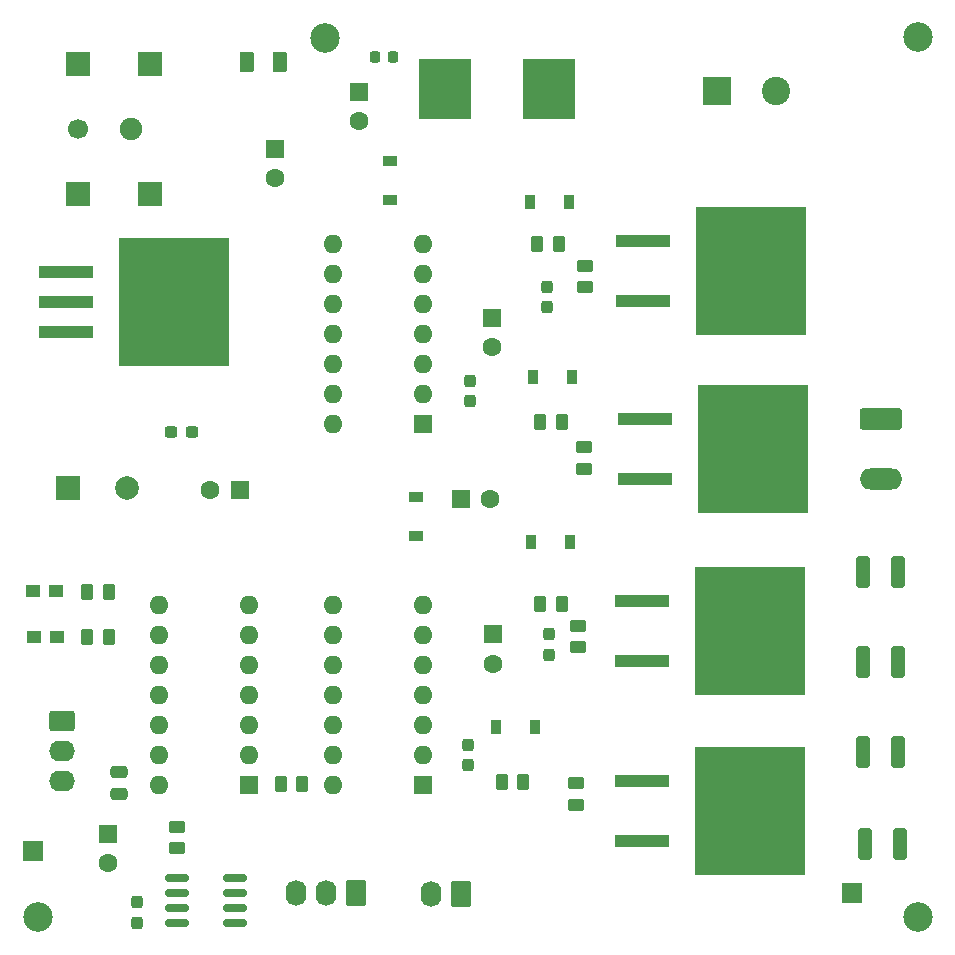
<source format=gts>
%TF.GenerationSoftware,KiCad,Pcbnew,(6.0.1)*%
%TF.CreationDate,2022-11-04T14:47:35-07:00*%
%TF.ProjectId,TxRev3a,54785265-7633-4612-9e6b-696361645f70,rev?*%
%TF.SameCoordinates,Original*%
%TF.FileFunction,Soldermask,Top*%
%TF.FilePolarity,Negative*%
%FSLAX46Y46*%
G04 Gerber Fmt 4.6, Leading zero omitted, Abs format (unit mm)*
G04 Created by KiCad (PCBNEW (6.0.1)) date 2022-11-04 14:47:35*
%MOMM*%
%LPD*%
G01*
G04 APERTURE LIST*
G04 Aperture macros list*
%AMRoundRect*
0 Rectangle with rounded corners*
0 $1 Rounding radius*
0 $2 $3 $4 $5 $6 $7 $8 $9 X,Y pos of 4 corners*
0 Add a 4 corners polygon primitive as box body*
4,1,4,$2,$3,$4,$5,$6,$7,$8,$9,$2,$3,0*
0 Add four circle primitives for the rounded corners*
1,1,$1+$1,$2,$3*
1,1,$1+$1,$4,$5*
1,1,$1+$1,$6,$7*
1,1,$1+$1,$8,$9*
0 Add four rect primitives between the rounded corners*
20,1,$1+$1,$2,$3,$4,$5,0*
20,1,$1+$1,$4,$5,$6,$7,0*
20,1,$1+$1,$6,$7,$8,$9,0*
20,1,$1+$1,$8,$9,$2,$3,0*%
G04 Aperture macros list end*
%ADD10RoundRect,0.225000X-0.225000X-0.250000X0.225000X-0.250000X0.225000X0.250000X-0.225000X0.250000X0*%
%ADD11RoundRect,0.250000X0.475000X-0.250000X0.475000X0.250000X-0.475000X0.250000X-0.475000X-0.250000X0*%
%ADD12RoundRect,0.250000X0.325000X1.100000X-0.325000X1.100000X-0.325000X-1.100000X0.325000X-1.100000X0*%
%ADD13R,2.400000X2.400000*%
%ADD14C,2.400000*%
%ADD15R,0.900000X1.200000*%
%ADD16R,1.200000X0.900000*%
%ADD17RoundRect,0.150000X-0.825000X-0.150000X0.825000X-0.150000X0.825000X0.150000X-0.825000X0.150000X0*%
%ADD18R,4.600000X1.100000*%
%ADD19R,9.400000X10.800000*%
%ADD20R,1.600000X1.600000*%
%ADD21C,1.600000*%
%ADD22RoundRect,0.250000X-0.262500X-0.450000X0.262500X-0.450000X0.262500X0.450000X-0.262500X0.450000X0*%
%ADD23R,4.500000X5.100000*%
%ADD24RoundRect,0.250000X0.620000X0.845000X-0.620000X0.845000X-0.620000X-0.845000X0.620000X-0.845000X0*%
%ADD25O,1.740000X2.190000*%
%ADD26RoundRect,0.250000X0.262500X0.450000X-0.262500X0.450000X-0.262500X-0.450000X0.262500X-0.450000X0*%
%ADD27R,2.000000X2.000000*%
%ADD28C,2.000000*%
%ADD29RoundRect,0.250000X-0.450000X0.262500X-0.450000X-0.262500X0.450000X-0.262500X0.450000X0.262500X0*%
%ADD30RoundRect,0.237500X-0.237500X0.300000X-0.237500X-0.300000X0.237500X-0.300000X0.237500X0.300000X0*%
%ADD31R,1.700000X1.700000*%
%ADD32R,1.200000X1.050000*%
%ADD33C,2.500000*%
%ADD34RoundRect,0.250000X-0.375000X-0.625000X0.375000X-0.625000X0.375000X0.625000X-0.375000X0.625000X0*%
%ADD35O,1.600000X1.600000*%
%ADD36RoundRect,0.250000X-1.550000X0.650000X-1.550000X-0.650000X1.550000X-0.650000X1.550000X0.650000X0*%
%ADD37O,3.600000X1.800000*%
%ADD38RoundRect,0.250000X-0.845000X0.620000X-0.845000X-0.620000X0.845000X-0.620000X0.845000X0.620000X0*%
%ADD39O,2.190000X1.740000*%
%ADD40C,1.700000*%
%ADD41C,1.900000*%
%ADD42RoundRect,0.237500X-0.300000X-0.237500X0.300000X-0.237500X0.300000X0.237500X-0.300000X0.237500X0*%
G04 APERTURE END LIST*
D10*
%TO.C,R0*%
X158483000Y-51257200D03*
X160033000Y-51257200D03*
%TD*%
D11*
%TO.C,C14*%
X136753600Y-113675200D03*
X136753600Y-111775200D03*
%TD*%
D12*
%TO.C,C4*%
X202770003Y-94869000D03*
X199820000Y-94869000D03*
%TD*%
%TO.C,C5*%
X202770000Y-102489000D03*
X199820000Y-102489000D03*
%TD*%
%TO.C,C6*%
X202770000Y-110109000D03*
X199820000Y-110109000D03*
%TD*%
%TO.C,C7*%
X202897000Y-117856000D03*
X199946997Y-117856000D03*
%TD*%
D13*
%TO.C,C52*%
X187422785Y-54102000D03*
D14*
X192422785Y-54102000D03*
%TD*%
D15*
%TO.C,D1*%
X171578000Y-63500000D03*
X174878000Y-63500000D03*
%TD*%
%TO.C,D2*%
X171832000Y-78359000D03*
X175132000Y-78359000D03*
%TD*%
D16*
%TO.C,D3*%
X159766000Y-63372000D03*
X159766000Y-60072000D03*
%TD*%
D15*
%TO.C,D4*%
X168730000Y-107950000D03*
X172030000Y-107950000D03*
%TD*%
%TO.C,D5*%
X171705000Y-92329000D03*
X175005000Y-92329000D03*
%TD*%
D16*
%TO.C,D6*%
X161925000Y-91820000D03*
X161925000Y-88520000D03*
%TD*%
D17*
%TO.C,U4*%
X141670000Y-120800500D03*
X141670000Y-122070500D03*
X141670000Y-123340500D03*
X141670000Y-124610500D03*
X146620000Y-124610500D03*
X146620000Y-123340500D03*
X146620000Y-122070500D03*
X146620000Y-120800500D03*
%TD*%
D18*
%TO.C,U7*%
X132274000Y-69469000D03*
D19*
X141424000Y-72009000D03*
D18*
X132274000Y-72009000D03*
X132274000Y-74549000D03*
%TD*%
D20*
%TO.C,C9*%
X168475000Y-100140888D03*
D21*
X168475000Y-102640888D03*
%TD*%
D22*
%TO.C,R2*%
X172442500Y-82169000D03*
X174267500Y-82169000D03*
%TD*%
D23*
%TO.C,L2*%
X173183000Y-53975000D03*
X164383000Y-53975000D03*
%TD*%
D24*
%TO.C,SW1*%
X165735000Y-122154000D03*
D25*
X163195000Y-122154000D03*
%TD*%
D26*
%TO.C,R13*%
X135913500Y-100330000D03*
X134088500Y-100330000D03*
%TD*%
D27*
%TO.C,C12*%
X132506323Y-87757000D03*
D28*
X137506323Y-87757000D03*
%TD*%
D29*
%TO.C,R5*%
X176276000Y-68937500D03*
X176276000Y-70762500D03*
%TD*%
D30*
%TO.C,C8*%
X166370000Y-109475100D03*
X166370000Y-111200100D03*
%TD*%
D31*
%TO.C,TP2*%
X198882000Y-122047000D03*
%TD*%
D20*
%TO.C,C13*%
X149987000Y-59015621D03*
D21*
X149987000Y-61515625D03*
%TD*%
D32*
%TO.C,D8*%
X129606000Y-100330000D03*
X131506000Y-100330000D03*
%TD*%
D30*
%TO.C,C3*%
X166471600Y-78690300D03*
X166471600Y-80415300D03*
%TD*%
D22*
%TO.C,R1*%
X172188500Y-67056000D03*
X174013500Y-67056000D03*
%TD*%
D33*
%TO.C,H1*%
X204419200Y-49580800D03*
%TD*%
D34*
%TO.C,F1*%
X147647200Y-51663600D03*
X150447200Y-51663600D03*
%TD*%
D20*
%TO.C,C1*%
X168348000Y-73343897D03*
D21*
X168348000Y-75843888D03*
%TD*%
D29*
%TO.C,R7*%
X175641000Y-99417500D03*
X175641000Y-101242500D03*
%TD*%
D20*
%TO.C,C17*%
X135890000Y-117031897D03*
D21*
X135890000Y-119531888D03*
%TD*%
D30*
%TO.C,C18*%
X138277600Y-122835500D03*
X138277600Y-124560500D03*
%TD*%
D20*
%TO.C,U2*%
X147818000Y-112879000D03*
D35*
X147818000Y-110339000D03*
X147818000Y-107799000D03*
X147818000Y-105259000D03*
X147818000Y-102719000D03*
X147818000Y-100179000D03*
X147818000Y-97639000D03*
X140198000Y-97639000D03*
X140198000Y-100179000D03*
X140198000Y-102719000D03*
X140198000Y-105259000D03*
X140198000Y-107799000D03*
X140198000Y-110339000D03*
X140198000Y-112879000D03*
%TD*%
D18*
%TO.C,Q3*%
X181042000Y-97282000D03*
D19*
X190192000Y-99822000D03*
D18*
X181042000Y-102362000D03*
%TD*%
D20*
%TO.C,U1*%
X162496000Y-82301000D03*
D35*
X162496000Y-79761000D03*
X162496000Y-77221000D03*
X162496000Y-74681000D03*
X162496000Y-72141000D03*
X162496000Y-69601000D03*
X162496000Y-67061000D03*
X154876000Y-67061000D03*
X154876000Y-69601000D03*
X154876000Y-72141000D03*
X154876000Y-74681000D03*
X154876000Y-77221000D03*
X154876000Y-79761000D03*
X154876000Y-82301000D03*
%TD*%
D18*
%TO.C,Q1*%
X181157000Y-66821000D03*
D19*
X190307000Y-69361000D03*
D18*
X181157000Y-71901000D03*
%TD*%
D36*
%TO.C,J2*%
X201314500Y-81932500D03*
D37*
X201314500Y-87012500D03*
%TD*%
D18*
%TO.C,Q4*%
X181054000Y-112541000D03*
D19*
X190204000Y-115081000D03*
D18*
X181054000Y-117621000D03*
%TD*%
D38*
%TO.C,J3*%
X131933000Y-107442000D03*
D39*
X131933010Y-109982000D03*
X131933000Y-112522000D03*
%TD*%
D26*
%TO.C,R9*%
X152296500Y-112776000D03*
X150471500Y-112776000D03*
%TD*%
D33*
%TO.C,H2*%
X204419200Y-124104400D03*
%TD*%
D18*
%TO.C,Q2*%
X181338012Y-81896001D03*
D19*
X190488012Y-84436001D03*
D18*
X181338012Y-86976001D03*
%TD*%
D29*
%TO.C,R10*%
X141681200Y-116435500D03*
X141681200Y-118260500D03*
%TD*%
D33*
%TO.C,H3*%
X129895600Y-124104400D03*
%TD*%
D40*
%TO.C,J4*%
X133285992Y-57322999D03*
D41*
X137785992Y-57322999D03*
D27*
X133285992Y-51822999D03*
X139435992Y-51822999D03*
X133285992Y-62822999D03*
X139435992Y-62822999D03*
%TD*%
D20*
%TO.C,C50*%
X147025995Y-87884000D03*
D21*
X144526000Y-87884000D03*
%TD*%
D29*
%TO.C,R6*%
X176149000Y-84304500D03*
X176149000Y-86129500D03*
%TD*%
D31*
%TO.C,TP1*%
X129500000Y-118500000D03*
%TD*%
D20*
%TO.C,C2*%
X157099000Y-54189621D03*
D21*
X157099000Y-56689625D03*
%TD*%
D30*
%TO.C,C10*%
X173024800Y-70714700D03*
X173024800Y-72439700D03*
%TD*%
%TO.C,C11*%
X173177200Y-100127900D03*
X173177200Y-101852900D03*
%TD*%
D42*
%TO.C,C51*%
X141225100Y-83007200D03*
X142950100Y-83007200D03*
%TD*%
D22*
%TO.C,R4*%
X172442505Y-97536000D03*
X174267500Y-97536000D03*
%TD*%
D33*
%TO.C,H4*%
X154228800Y-49631600D03*
%TD*%
D20*
%TO.C,U3*%
X162550000Y-112908000D03*
D35*
X162550000Y-110368000D03*
X162550000Y-107828000D03*
X162550000Y-105288000D03*
X162549992Y-102748004D03*
X162549992Y-100208004D03*
X162550000Y-97668000D03*
X154930000Y-97668000D03*
X154929992Y-100208004D03*
X154930000Y-102748000D03*
X154929992Y-105288004D03*
X154930000Y-107828000D03*
X154930000Y-110368000D03*
X154930000Y-112908000D03*
%TD*%
D24*
%TO.C,J5*%
X156845000Y-122027010D03*
D25*
X154305000Y-122027000D03*
X151765000Y-122027000D03*
%TD*%
D20*
%TO.C,C16*%
X165735000Y-88646000D03*
D21*
X168235000Y-88646000D03*
%TD*%
D32*
%TO.C,D7*%
X129550000Y-96500000D03*
X131450000Y-96500000D03*
%TD*%
D29*
%TO.C,R8*%
X175460000Y-112729000D03*
X175460000Y-114554000D03*
%TD*%
D26*
%TO.C,R12*%
X135942500Y-96525000D03*
X134117500Y-96525000D03*
%TD*%
%TO.C,R3*%
X171038500Y-112649000D03*
X169213500Y-112649000D03*
%TD*%
M02*

</source>
